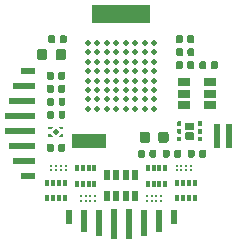
<source format=gbr>
G04 #@! TF.GenerationSoftware,KiCad,Pcbnew,(5.1.5-0-10_14)*
G04 #@! TF.CreationDate,2021-06-01T12:28:28-04:00*
G04 #@! TF.ProjectId,ESLO_RB2,45534c4f-5f52-4423-922e-6b696361645f,rev?*
G04 #@! TF.SameCoordinates,Original*
G04 #@! TF.FileFunction,Paste,Bot*
G04 #@! TF.FilePolarity,Positive*
%FSLAX46Y46*%
G04 Gerber Fmt 4.6, Leading zero omitted, Abs format (unit mm)*
G04 Created by KiCad (PCBNEW (5.1.5-0-10_14)) date 2021-06-01 12:28:28*
%MOMM*%
%LPD*%
G04 APERTURE LIST*
%ADD10R,2.870000X1.220000*%
%ADD11R,5.000000X1.500000*%
%ADD12C,0.100000*%
%ADD13R,0.600000X2.000000*%
%ADD14R,0.600000X1.300000*%
%ADD15R,0.600000X1.900000*%
%ADD16R,0.600000X2.300000*%
%ADD17R,0.600000X2.500000*%
%ADD18R,1.300000X0.600000*%
%ADD19R,1.900000X0.600000*%
%ADD20R,2.300000X0.600000*%
%ADD21R,2.500000X0.600000*%
%ADD22R,1.060000X0.650000*%
%ADD23R,0.500000X0.950000*%
%ADD24C,0.500000*%
%ADD25R,0.220000X0.150000*%
%ADD26R,0.300000X0.560000*%
G04 APERTURE END LIST*
D10*
X213000000Y-90100000D03*
D11*
X215700000Y-79400000D03*
D12*
G36*
X210861958Y-86480710D02*
G01*
X210876276Y-86482834D01*
X210890317Y-86486351D01*
X210903946Y-86491228D01*
X210917031Y-86497417D01*
X210929447Y-86504858D01*
X210941073Y-86513481D01*
X210951798Y-86523202D01*
X210961519Y-86533927D01*
X210970142Y-86545553D01*
X210977583Y-86557969D01*
X210983772Y-86571054D01*
X210988649Y-86584683D01*
X210992166Y-86598724D01*
X210994290Y-86613042D01*
X210995000Y-86627500D01*
X210995000Y-86972500D01*
X210994290Y-86986958D01*
X210992166Y-87001276D01*
X210988649Y-87015317D01*
X210983772Y-87028946D01*
X210977583Y-87042031D01*
X210970142Y-87054447D01*
X210961519Y-87066073D01*
X210951798Y-87076798D01*
X210941073Y-87086519D01*
X210929447Y-87095142D01*
X210917031Y-87102583D01*
X210903946Y-87108772D01*
X210890317Y-87113649D01*
X210876276Y-87117166D01*
X210861958Y-87119290D01*
X210847500Y-87120000D01*
X210552500Y-87120000D01*
X210538042Y-87119290D01*
X210523724Y-87117166D01*
X210509683Y-87113649D01*
X210496054Y-87108772D01*
X210482969Y-87102583D01*
X210470553Y-87095142D01*
X210458927Y-87086519D01*
X210448202Y-87076798D01*
X210438481Y-87066073D01*
X210429858Y-87054447D01*
X210422417Y-87042031D01*
X210416228Y-87028946D01*
X210411351Y-87015317D01*
X210407834Y-87001276D01*
X210405710Y-86986958D01*
X210405000Y-86972500D01*
X210405000Y-86627500D01*
X210405710Y-86613042D01*
X210407834Y-86598724D01*
X210411351Y-86584683D01*
X210416228Y-86571054D01*
X210422417Y-86557969D01*
X210429858Y-86545553D01*
X210438481Y-86533927D01*
X210448202Y-86523202D01*
X210458927Y-86513481D01*
X210470553Y-86504858D01*
X210482969Y-86497417D01*
X210496054Y-86491228D01*
X210509683Y-86486351D01*
X210523724Y-86482834D01*
X210538042Y-86480710D01*
X210552500Y-86480000D01*
X210847500Y-86480000D01*
X210861958Y-86480710D01*
G37*
G36*
X209891958Y-86480710D02*
G01*
X209906276Y-86482834D01*
X209920317Y-86486351D01*
X209933946Y-86491228D01*
X209947031Y-86497417D01*
X209959447Y-86504858D01*
X209971073Y-86513481D01*
X209981798Y-86523202D01*
X209991519Y-86533927D01*
X210000142Y-86545553D01*
X210007583Y-86557969D01*
X210013772Y-86571054D01*
X210018649Y-86584683D01*
X210022166Y-86598724D01*
X210024290Y-86613042D01*
X210025000Y-86627500D01*
X210025000Y-86972500D01*
X210024290Y-86986958D01*
X210022166Y-87001276D01*
X210018649Y-87015317D01*
X210013772Y-87028946D01*
X210007583Y-87042031D01*
X210000142Y-87054447D01*
X209991519Y-87066073D01*
X209981798Y-87076798D01*
X209971073Y-87086519D01*
X209959447Y-87095142D01*
X209947031Y-87102583D01*
X209933946Y-87108772D01*
X209920317Y-87113649D01*
X209906276Y-87117166D01*
X209891958Y-87119290D01*
X209877500Y-87120000D01*
X209582500Y-87120000D01*
X209568042Y-87119290D01*
X209553724Y-87117166D01*
X209539683Y-87113649D01*
X209526054Y-87108772D01*
X209512969Y-87102583D01*
X209500553Y-87095142D01*
X209488927Y-87086519D01*
X209478202Y-87076798D01*
X209468481Y-87066073D01*
X209459858Y-87054447D01*
X209452417Y-87042031D01*
X209446228Y-87028946D01*
X209441351Y-87015317D01*
X209437834Y-87001276D01*
X209435710Y-86986958D01*
X209435000Y-86972500D01*
X209435000Y-86627500D01*
X209435710Y-86613042D01*
X209437834Y-86598724D01*
X209441351Y-86584683D01*
X209446228Y-86571054D01*
X209452417Y-86557969D01*
X209459858Y-86545553D01*
X209468481Y-86533927D01*
X209478202Y-86523202D01*
X209488927Y-86513481D01*
X209500553Y-86504858D01*
X209512969Y-86497417D01*
X209526054Y-86491228D01*
X209539683Y-86486351D01*
X209553724Y-86482834D01*
X209568042Y-86480710D01*
X209582500Y-86480000D01*
X209877500Y-86480000D01*
X209891958Y-86480710D01*
G37*
D13*
X223800000Y-89700000D03*
X224800000Y-89700000D03*
D14*
X211250000Y-96580000D03*
D15*
X212520000Y-96880000D03*
D16*
X213790000Y-97080000D03*
D17*
X215060000Y-97180000D03*
X216330000Y-97180000D03*
D16*
X217600000Y-97080000D03*
D15*
X218870000Y-96880000D03*
D14*
X220140000Y-96580000D03*
D18*
X207780000Y-84220000D03*
D19*
X207480000Y-85490000D03*
D20*
X207280000Y-86760000D03*
D21*
X207180000Y-88030000D03*
X207180000Y-89300000D03*
D20*
X207280000Y-90570000D03*
D19*
X207480000Y-91840000D03*
D18*
X207780000Y-93110000D03*
D22*
X223200000Y-86100000D03*
X223200000Y-87050000D03*
X223200000Y-85150000D03*
X221000000Y-85150000D03*
X221000000Y-86100000D03*
X221000000Y-87050000D03*
D12*
G36*
X209856802Y-89325000D02*
G01*
X210175000Y-89006802D01*
X210493198Y-89325000D01*
X210175000Y-89643198D01*
X209856802Y-89325000D01*
G37*
G36*
X209925000Y-88925000D02*
G01*
X209745000Y-89105000D01*
X209525000Y-89105000D01*
X209525000Y-88895000D01*
X209925000Y-88895000D01*
X209925000Y-88925000D01*
G37*
G36*
X210825000Y-89105000D02*
G01*
X210605000Y-89105000D01*
X210425000Y-88925000D01*
X210425000Y-88895000D01*
X210825000Y-88895000D01*
X210825000Y-89105000D01*
G37*
G36*
X210825000Y-89755000D02*
G01*
X210425000Y-89755000D01*
X210425000Y-89725000D01*
X210605000Y-89545000D01*
X210825000Y-89545000D01*
X210825000Y-89755000D01*
G37*
G36*
X209925000Y-89725000D02*
G01*
X209925000Y-89755000D01*
X209525000Y-89755000D01*
X209525000Y-89545000D01*
X209745000Y-89545000D01*
X209925000Y-89725000D01*
G37*
G36*
X210836958Y-90380710D02*
G01*
X210851276Y-90382834D01*
X210865317Y-90386351D01*
X210878946Y-90391228D01*
X210892031Y-90397417D01*
X210904447Y-90404858D01*
X210916073Y-90413481D01*
X210926798Y-90423202D01*
X210936519Y-90433927D01*
X210945142Y-90445553D01*
X210952583Y-90457969D01*
X210958772Y-90471054D01*
X210963649Y-90484683D01*
X210967166Y-90498724D01*
X210969290Y-90513042D01*
X210970000Y-90527500D01*
X210970000Y-90872500D01*
X210969290Y-90886958D01*
X210967166Y-90901276D01*
X210963649Y-90915317D01*
X210958772Y-90928946D01*
X210952583Y-90942031D01*
X210945142Y-90954447D01*
X210936519Y-90966073D01*
X210926798Y-90976798D01*
X210916073Y-90986519D01*
X210904447Y-90995142D01*
X210892031Y-91002583D01*
X210878946Y-91008772D01*
X210865317Y-91013649D01*
X210851276Y-91017166D01*
X210836958Y-91019290D01*
X210822500Y-91020000D01*
X210527500Y-91020000D01*
X210513042Y-91019290D01*
X210498724Y-91017166D01*
X210484683Y-91013649D01*
X210471054Y-91008772D01*
X210457969Y-91002583D01*
X210445553Y-90995142D01*
X210433927Y-90986519D01*
X210423202Y-90976798D01*
X210413481Y-90966073D01*
X210404858Y-90954447D01*
X210397417Y-90942031D01*
X210391228Y-90928946D01*
X210386351Y-90915317D01*
X210382834Y-90901276D01*
X210380710Y-90886958D01*
X210380000Y-90872500D01*
X210380000Y-90527500D01*
X210380710Y-90513042D01*
X210382834Y-90498724D01*
X210386351Y-90484683D01*
X210391228Y-90471054D01*
X210397417Y-90457969D01*
X210404858Y-90445553D01*
X210413481Y-90433927D01*
X210423202Y-90423202D01*
X210433927Y-90413481D01*
X210445553Y-90404858D01*
X210457969Y-90397417D01*
X210471054Y-90391228D01*
X210484683Y-90386351D01*
X210498724Y-90382834D01*
X210513042Y-90380710D01*
X210527500Y-90380000D01*
X210822500Y-90380000D01*
X210836958Y-90380710D01*
G37*
G36*
X209866958Y-90380710D02*
G01*
X209881276Y-90382834D01*
X209895317Y-90386351D01*
X209908946Y-90391228D01*
X209922031Y-90397417D01*
X209934447Y-90404858D01*
X209946073Y-90413481D01*
X209956798Y-90423202D01*
X209966519Y-90433927D01*
X209975142Y-90445553D01*
X209982583Y-90457969D01*
X209988772Y-90471054D01*
X209993649Y-90484683D01*
X209997166Y-90498724D01*
X209999290Y-90513042D01*
X210000000Y-90527500D01*
X210000000Y-90872500D01*
X209999290Y-90886958D01*
X209997166Y-90901276D01*
X209993649Y-90915317D01*
X209988772Y-90928946D01*
X209982583Y-90942031D01*
X209975142Y-90954447D01*
X209966519Y-90966073D01*
X209956798Y-90976798D01*
X209946073Y-90986519D01*
X209934447Y-90995142D01*
X209922031Y-91002583D01*
X209908946Y-91008772D01*
X209895317Y-91013649D01*
X209881276Y-91017166D01*
X209866958Y-91019290D01*
X209852500Y-91020000D01*
X209557500Y-91020000D01*
X209543042Y-91019290D01*
X209528724Y-91017166D01*
X209514683Y-91013649D01*
X209501054Y-91008772D01*
X209487969Y-91002583D01*
X209475553Y-90995142D01*
X209463927Y-90986519D01*
X209453202Y-90976798D01*
X209443481Y-90966073D01*
X209434858Y-90954447D01*
X209427417Y-90942031D01*
X209421228Y-90928946D01*
X209416351Y-90915317D01*
X209412834Y-90901276D01*
X209410710Y-90886958D01*
X209410000Y-90872500D01*
X209410000Y-90527500D01*
X209410710Y-90513042D01*
X209412834Y-90498724D01*
X209416351Y-90484683D01*
X209421228Y-90471054D01*
X209427417Y-90457969D01*
X209434858Y-90445553D01*
X209443481Y-90433927D01*
X209453202Y-90423202D01*
X209463927Y-90413481D01*
X209475553Y-90404858D01*
X209487969Y-90397417D01*
X209501054Y-90391228D01*
X209514683Y-90386351D01*
X209528724Y-90382834D01*
X209543042Y-90380710D01*
X209557500Y-90380000D01*
X209852500Y-90380000D01*
X209866958Y-90380710D01*
G37*
D23*
X216900000Y-93000000D03*
X216900000Y-94800000D03*
X216100000Y-93000000D03*
X216100000Y-94800000D03*
X215300000Y-93000000D03*
X215300000Y-94800000D03*
X214500000Y-93000000D03*
X214500000Y-94800000D03*
D24*
X212900000Y-81800000D03*
X213700000Y-81800000D03*
X214500000Y-81800000D03*
X215300000Y-81800000D03*
X216100000Y-81800000D03*
X216900000Y-81800000D03*
X217700000Y-81800000D03*
X218500000Y-81800000D03*
X212900000Y-82600000D03*
X213700000Y-82600000D03*
X214500000Y-82600000D03*
X215300000Y-82600000D03*
X216100000Y-82600000D03*
X216900000Y-82600000D03*
X217700000Y-82600000D03*
X218500000Y-82600000D03*
X212900000Y-83400000D03*
X213700000Y-83400000D03*
X214500000Y-83400000D03*
X215300000Y-83400000D03*
X216100000Y-83400000D03*
X216900000Y-83400000D03*
X217700000Y-83400000D03*
X218500000Y-83400000D03*
X212900000Y-84200000D03*
X213700000Y-84200000D03*
X214500000Y-84200000D03*
X215300000Y-84200000D03*
X216100000Y-84200000D03*
X216900000Y-84200000D03*
X217700000Y-84200000D03*
X218500000Y-84200000D03*
X212900000Y-85000000D03*
X213700000Y-85000000D03*
X214500000Y-85000000D03*
X215300000Y-85000000D03*
X216100000Y-85000000D03*
X216900000Y-85000000D03*
X217700000Y-85000000D03*
X218500000Y-85000000D03*
X212900000Y-85800000D03*
X213700000Y-85800000D03*
X214500000Y-85800000D03*
X215300000Y-85800000D03*
X216100000Y-85800000D03*
X216900000Y-85800000D03*
X217700000Y-85800000D03*
X218500000Y-85800000D03*
X212900000Y-86600000D03*
X213700000Y-86600000D03*
X214500000Y-86600000D03*
X215300000Y-86600000D03*
X216100000Y-86600000D03*
X216900000Y-86600000D03*
X217700000Y-86600000D03*
X218500000Y-86600000D03*
X212900000Y-87400000D03*
X213700000Y-87400000D03*
X214500000Y-87400000D03*
X215300000Y-87400000D03*
X216100000Y-87400000D03*
X216900000Y-87400000D03*
X217700000Y-87400000D03*
X218500000Y-87400000D03*
D12*
G36*
X220727939Y-88450451D02*
G01*
X220737040Y-88451801D01*
X220745964Y-88454037D01*
X220754627Y-88457136D01*
X220762943Y-88461070D01*
X220770835Y-88465800D01*
X220778224Y-88471280D01*
X220785041Y-88477459D01*
X220791220Y-88484276D01*
X220796700Y-88491665D01*
X220801430Y-88499557D01*
X220805364Y-88507873D01*
X220808463Y-88516536D01*
X220810699Y-88525460D01*
X220812049Y-88534561D01*
X220812500Y-88543750D01*
X220812500Y-88756250D01*
X220812049Y-88765439D01*
X220810699Y-88774540D01*
X220808463Y-88783464D01*
X220805364Y-88792127D01*
X220801430Y-88800443D01*
X220796700Y-88808335D01*
X220791220Y-88815724D01*
X220785041Y-88822541D01*
X220778224Y-88828720D01*
X220770835Y-88834200D01*
X220762943Y-88838930D01*
X220754627Y-88842864D01*
X220745964Y-88845963D01*
X220737040Y-88848199D01*
X220727939Y-88849549D01*
X220718750Y-88850000D01*
X220531250Y-88850000D01*
X220522061Y-88849549D01*
X220512960Y-88848199D01*
X220504036Y-88845963D01*
X220495373Y-88842864D01*
X220487057Y-88838930D01*
X220479165Y-88834200D01*
X220471776Y-88828720D01*
X220464959Y-88822541D01*
X220458780Y-88815724D01*
X220453300Y-88808335D01*
X220448570Y-88800443D01*
X220444636Y-88792127D01*
X220441537Y-88783464D01*
X220439301Y-88774540D01*
X220437951Y-88765439D01*
X220437500Y-88756250D01*
X220437500Y-88543750D01*
X220437951Y-88534561D01*
X220439301Y-88525460D01*
X220441537Y-88516536D01*
X220444636Y-88507873D01*
X220448570Y-88499557D01*
X220453300Y-88491665D01*
X220458780Y-88484276D01*
X220464959Y-88477459D01*
X220471776Y-88471280D01*
X220479165Y-88465800D01*
X220487057Y-88461070D01*
X220495373Y-88457136D01*
X220504036Y-88454037D01*
X220512960Y-88451801D01*
X220522061Y-88450451D01*
X220531250Y-88450000D01*
X220718750Y-88450000D01*
X220727939Y-88450451D01*
G37*
G36*
X220727939Y-89100451D02*
G01*
X220737040Y-89101801D01*
X220745964Y-89104037D01*
X220754627Y-89107136D01*
X220762943Y-89111070D01*
X220770835Y-89115800D01*
X220778224Y-89121280D01*
X220785041Y-89127459D01*
X220791220Y-89134276D01*
X220796700Y-89141665D01*
X220801430Y-89149557D01*
X220805364Y-89157873D01*
X220808463Y-89166536D01*
X220810699Y-89175460D01*
X220812049Y-89184561D01*
X220812500Y-89193750D01*
X220812500Y-89406250D01*
X220812049Y-89415439D01*
X220810699Y-89424540D01*
X220808463Y-89433464D01*
X220805364Y-89442127D01*
X220801430Y-89450443D01*
X220796700Y-89458335D01*
X220791220Y-89465724D01*
X220785041Y-89472541D01*
X220778224Y-89478720D01*
X220770835Y-89484200D01*
X220762943Y-89488930D01*
X220754627Y-89492864D01*
X220745964Y-89495963D01*
X220737040Y-89498199D01*
X220727939Y-89499549D01*
X220718750Y-89500000D01*
X220531250Y-89500000D01*
X220522061Y-89499549D01*
X220512960Y-89498199D01*
X220504036Y-89495963D01*
X220495373Y-89492864D01*
X220487057Y-89488930D01*
X220479165Y-89484200D01*
X220471776Y-89478720D01*
X220464959Y-89472541D01*
X220458780Y-89465724D01*
X220453300Y-89458335D01*
X220448570Y-89450443D01*
X220444636Y-89442127D01*
X220441537Y-89433464D01*
X220439301Y-89424540D01*
X220437951Y-89415439D01*
X220437500Y-89406250D01*
X220437500Y-89193750D01*
X220437951Y-89184561D01*
X220439301Y-89175460D01*
X220441537Y-89166536D01*
X220444636Y-89157873D01*
X220448570Y-89149557D01*
X220453300Y-89141665D01*
X220458780Y-89134276D01*
X220464959Y-89127459D01*
X220471776Y-89121280D01*
X220479165Y-89115800D01*
X220487057Y-89111070D01*
X220495373Y-89107136D01*
X220504036Y-89104037D01*
X220512960Y-89101801D01*
X220522061Y-89100451D01*
X220531250Y-89100000D01*
X220718750Y-89100000D01*
X220727939Y-89100451D01*
G37*
G36*
X220727939Y-89750451D02*
G01*
X220737040Y-89751801D01*
X220745964Y-89754037D01*
X220754627Y-89757136D01*
X220762943Y-89761070D01*
X220770835Y-89765800D01*
X220778224Y-89771280D01*
X220785041Y-89777459D01*
X220791220Y-89784276D01*
X220796700Y-89791665D01*
X220801430Y-89799557D01*
X220805364Y-89807873D01*
X220808463Y-89816536D01*
X220810699Y-89825460D01*
X220812049Y-89834561D01*
X220812500Y-89843750D01*
X220812500Y-90056250D01*
X220812049Y-90065439D01*
X220810699Y-90074540D01*
X220808463Y-90083464D01*
X220805364Y-90092127D01*
X220801430Y-90100443D01*
X220796700Y-90108335D01*
X220791220Y-90115724D01*
X220785041Y-90122541D01*
X220778224Y-90128720D01*
X220770835Y-90134200D01*
X220762943Y-90138930D01*
X220754627Y-90142864D01*
X220745964Y-90145963D01*
X220737040Y-90148199D01*
X220727939Y-90149549D01*
X220718750Y-90150000D01*
X220531250Y-90150000D01*
X220522061Y-90149549D01*
X220512960Y-90148199D01*
X220504036Y-90145963D01*
X220495373Y-90142864D01*
X220487057Y-90138930D01*
X220479165Y-90134200D01*
X220471776Y-90128720D01*
X220464959Y-90122541D01*
X220458780Y-90115724D01*
X220453300Y-90108335D01*
X220448570Y-90100443D01*
X220444636Y-90092127D01*
X220441537Y-90083464D01*
X220439301Y-90074540D01*
X220437951Y-90065439D01*
X220437500Y-90056250D01*
X220437500Y-89843750D01*
X220437951Y-89834561D01*
X220439301Y-89825460D01*
X220441537Y-89816536D01*
X220444636Y-89807873D01*
X220448570Y-89799557D01*
X220453300Y-89791665D01*
X220458780Y-89784276D01*
X220464959Y-89777459D01*
X220471776Y-89771280D01*
X220479165Y-89765800D01*
X220487057Y-89761070D01*
X220495373Y-89757136D01*
X220504036Y-89754037D01*
X220512960Y-89751801D01*
X220522061Y-89750451D01*
X220531250Y-89750000D01*
X220718750Y-89750000D01*
X220727939Y-89750451D01*
G37*
G36*
X222502939Y-89750451D02*
G01*
X222512040Y-89751801D01*
X222520964Y-89754037D01*
X222529627Y-89757136D01*
X222537943Y-89761070D01*
X222545835Y-89765800D01*
X222553224Y-89771280D01*
X222560041Y-89777459D01*
X222566220Y-89784276D01*
X222571700Y-89791665D01*
X222576430Y-89799557D01*
X222580364Y-89807873D01*
X222583463Y-89816536D01*
X222585699Y-89825460D01*
X222587049Y-89834561D01*
X222587500Y-89843750D01*
X222587500Y-90056250D01*
X222587049Y-90065439D01*
X222585699Y-90074540D01*
X222583463Y-90083464D01*
X222580364Y-90092127D01*
X222576430Y-90100443D01*
X222571700Y-90108335D01*
X222566220Y-90115724D01*
X222560041Y-90122541D01*
X222553224Y-90128720D01*
X222545835Y-90134200D01*
X222537943Y-90138930D01*
X222529627Y-90142864D01*
X222520964Y-90145963D01*
X222512040Y-90148199D01*
X222502939Y-90149549D01*
X222493750Y-90150000D01*
X222306250Y-90150000D01*
X222297061Y-90149549D01*
X222287960Y-90148199D01*
X222279036Y-90145963D01*
X222270373Y-90142864D01*
X222262057Y-90138930D01*
X222254165Y-90134200D01*
X222246776Y-90128720D01*
X222239959Y-90122541D01*
X222233780Y-90115724D01*
X222228300Y-90108335D01*
X222223570Y-90100443D01*
X222219636Y-90092127D01*
X222216537Y-90083464D01*
X222214301Y-90074540D01*
X222212951Y-90065439D01*
X222212500Y-90056250D01*
X222212500Y-89843750D01*
X222212951Y-89834561D01*
X222214301Y-89825460D01*
X222216537Y-89816536D01*
X222219636Y-89807873D01*
X222223570Y-89799557D01*
X222228300Y-89791665D01*
X222233780Y-89784276D01*
X222239959Y-89777459D01*
X222246776Y-89771280D01*
X222254165Y-89765800D01*
X222262057Y-89761070D01*
X222270373Y-89757136D01*
X222279036Y-89754037D01*
X222287960Y-89751801D01*
X222297061Y-89750451D01*
X222306250Y-89750000D01*
X222493750Y-89750000D01*
X222502939Y-89750451D01*
G37*
G36*
X222502939Y-89100451D02*
G01*
X222512040Y-89101801D01*
X222520964Y-89104037D01*
X222529627Y-89107136D01*
X222537943Y-89111070D01*
X222545835Y-89115800D01*
X222553224Y-89121280D01*
X222560041Y-89127459D01*
X222566220Y-89134276D01*
X222571700Y-89141665D01*
X222576430Y-89149557D01*
X222580364Y-89157873D01*
X222583463Y-89166536D01*
X222585699Y-89175460D01*
X222587049Y-89184561D01*
X222587500Y-89193750D01*
X222587500Y-89406250D01*
X222587049Y-89415439D01*
X222585699Y-89424540D01*
X222583463Y-89433464D01*
X222580364Y-89442127D01*
X222576430Y-89450443D01*
X222571700Y-89458335D01*
X222566220Y-89465724D01*
X222560041Y-89472541D01*
X222553224Y-89478720D01*
X222545835Y-89484200D01*
X222537943Y-89488930D01*
X222529627Y-89492864D01*
X222520964Y-89495963D01*
X222512040Y-89498199D01*
X222502939Y-89499549D01*
X222493750Y-89500000D01*
X222306250Y-89500000D01*
X222297061Y-89499549D01*
X222287960Y-89498199D01*
X222279036Y-89495963D01*
X222270373Y-89492864D01*
X222262057Y-89488930D01*
X222254165Y-89484200D01*
X222246776Y-89478720D01*
X222239959Y-89472541D01*
X222233780Y-89465724D01*
X222228300Y-89458335D01*
X222223570Y-89450443D01*
X222219636Y-89442127D01*
X222216537Y-89433464D01*
X222214301Y-89424540D01*
X222212951Y-89415439D01*
X222212500Y-89406250D01*
X222212500Y-89193750D01*
X222212951Y-89184561D01*
X222214301Y-89175460D01*
X222216537Y-89166536D01*
X222219636Y-89157873D01*
X222223570Y-89149557D01*
X222228300Y-89141665D01*
X222233780Y-89134276D01*
X222239959Y-89127459D01*
X222246776Y-89121280D01*
X222254165Y-89115800D01*
X222262057Y-89111070D01*
X222270373Y-89107136D01*
X222279036Y-89104037D01*
X222287960Y-89101801D01*
X222297061Y-89100451D01*
X222306250Y-89100000D01*
X222493750Y-89100000D01*
X222502939Y-89100451D01*
G37*
G36*
X222502939Y-88450451D02*
G01*
X222512040Y-88451801D01*
X222520964Y-88454037D01*
X222529627Y-88457136D01*
X222537943Y-88461070D01*
X222545835Y-88465800D01*
X222553224Y-88471280D01*
X222560041Y-88477459D01*
X222566220Y-88484276D01*
X222571700Y-88491665D01*
X222576430Y-88499557D01*
X222580364Y-88507873D01*
X222583463Y-88516536D01*
X222585699Y-88525460D01*
X222587049Y-88534561D01*
X222587500Y-88543750D01*
X222587500Y-88756250D01*
X222587049Y-88765439D01*
X222585699Y-88774540D01*
X222583463Y-88783464D01*
X222580364Y-88792127D01*
X222576430Y-88800443D01*
X222571700Y-88808335D01*
X222566220Y-88815724D01*
X222560041Y-88822541D01*
X222553224Y-88828720D01*
X222545835Y-88834200D01*
X222537943Y-88838930D01*
X222529627Y-88842864D01*
X222520964Y-88845963D01*
X222512040Y-88848199D01*
X222502939Y-88849549D01*
X222493750Y-88850000D01*
X222306250Y-88850000D01*
X222297061Y-88849549D01*
X222287960Y-88848199D01*
X222279036Y-88845963D01*
X222270373Y-88842864D01*
X222262057Y-88838930D01*
X222254165Y-88834200D01*
X222246776Y-88828720D01*
X222239959Y-88822541D01*
X222233780Y-88815724D01*
X222228300Y-88808335D01*
X222223570Y-88800443D01*
X222219636Y-88792127D01*
X222216537Y-88783464D01*
X222214301Y-88774540D01*
X222212951Y-88765439D01*
X222212500Y-88756250D01*
X222212500Y-88543750D01*
X222212951Y-88534561D01*
X222214301Y-88525460D01*
X222216537Y-88516536D01*
X222219636Y-88507873D01*
X222223570Y-88499557D01*
X222228300Y-88491665D01*
X222233780Y-88484276D01*
X222239959Y-88477459D01*
X222246776Y-88471280D01*
X222254165Y-88465800D01*
X222262057Y-88461070D01*
X222270373Y-88457136D01*
X222279036Y-88454037D01*
X222287960Y-88451801D01*
X222297061Y-88450451D01*
X222306250Y-88450000D01*
X222493750Y-88450000D01*
X222502939Y-88450451D01*
G37*
G36*
X221773183Y-89380770D02*
G01*
X221788714Y-89383074D01*
X221803946Y-89386890D01*
X221818729Y-89392179D01*
X221832923Y-89398893D01*
X221846391Y-89406965D01*
X221859003Y-89416318D01*
X221870637Y-89426863D01*
X221881182Y-89438497D01*
X221890535Y-89451109D01*
X221898607Y-89464577D01*
X221905321Y-89478771D01*
X221910610Y-89493554D01*
X221914426Y-89508786D01*
X221916730Y-89524317D01*
X221917500Y-89540000D01*
X221917500Y-89860000D01*
X221916730Y-89875683D01*
X221914426Y-89891214D01*
X221910610Y-89906446D01*
X221905321Y-89921229D01*
X221898607Y-89935423D01*
X221890535Y-89948891D01*
X221881182Y-89961503D01*
X221870637Y-89973137D01*
X221859003Y-89983682D01*
X221846391Y-89993035D01*
X221832923Y-90001107D01*
X221818729Y-90007821D01*
X221803946Y-90013110D01*
X221788714Y-90016926D01*
X221773183Y-90019230D01*
X221757500Y-90020000D01*
X221267500Y-90020000D01*
X221251817Y-90019230D01*
X221236286Y-90016926D01*
X221221054Y-90013110D01*
X221206271Y-90007821D01*
X221192077Y-90001107D01*
X221178609Y-89993035D01*
X221165997Y-89983682D01*
X221154363Y-89973137D01*
X221143818Y-89961503D01*
X221134465Y-89948891D01*
X221126393Y-89935423D01*
X221119679Y-89921229D01*
X221114390Y-89906446D01*
X221110574Y-89891214D01*
X221108270Y-89875683D01*
X221107500Y-89860000D01*
X221107500Y-89540000D01*
X221108270Y-89524317D01*
X221110574Y-89508786D01*
X221114390Y-89493554D01*
X221119679Y-89478771D01*
X221126393Y-89464577D01*
X221134465Y-89451109D01*
X221143818Y-89438497D01*
X221154363Y-89426863D01*
X221165997Y-89416318D01*
X221178609Y-89406965D01*
X221192077Y-89398893D01*
X221206271Y-89392179D01*
X221221054Y-89386890D01*
X221236286Y-89383074D01*
X221251817Y-89380770D01*
X221267500Y-89380000D01*
X221757500Y-89380000D01*
X221773183Y-89380770D01*
G37*
G36*
X221773183Y-88580770D02*
G01*
X221788714Y-88583074D01*
X221803946Y-88586890D01*
X221818729Y-88592179D01*
X221832923Y-88598893D01*
X221846391Y-88606965D01*
X221859003Y-88616318D01*
X221870637Y-88626863D01*
X221881182Y-88638497D01*
X221890535Y-88651109D01*
X221898607Y-88664577D01*
X221905321Y-88678771D01*
X221910610Y-88693554D01*
X221914426Y-88708786D01*
X221916730Y-88724317D01*
X221917500Y-88740000D01*
X221917500Y-89060000D01*
X221916730Y-89075683D01*
X221914426Y-89091214D01*
X221910610Y-89106446D01*
X221905321Y-89121229D01*
X221898607Y-89135423D01*
X221890535Y-89148891D01*
X221881182Y-89161503D01*
X221870637Y-89173137D01*
X221859003Y-89183682D01*
X221846391Y-89193035D01*
X221832923Y-89201107D01*
X221818729Y-89207821D01*
X221803946Y-89213110D01*
X221788714Y-89216926D01*
X221773183Y-89219230D01*
X221757500Y-89220000D01*
X221267500Y-89220000D01*
X221251817Y-89219230D01*
X221236286Y-89216926D01*
X221221054Y-89213110D01*
X221206271Y-89207821D01*
X221192077Y-89201107D01*
X221178609Y-89193035D01*
X221165997Y-89183682D01*
X221154363Y-89173137D01*
X221143818Y-89161503D01*
X221134465Y-89148891D01*
X221126393Y-89135423D01*
X221119679Y-89121229D01*
X221114390Y-89106446D01*
X221110574Y-89091214D01*
X221108270Y-89075683D01*
X221107500Y-89060000D01*
X221107500Y-88740000D01*
X221108270Y-88724317D01*
X221110574Y-88708786D01*
X221114390Y-88693554D01*
X221119679Y-88678771D01*
X221126393Y-88664577D01*
X221134465Y-88651109D01*
X221143818Y-88638497D01*
X221154363Y-88626863D01*
X221165997Y-88616318D01*
X221178609Y-88606965D01*
X221192077Y-88598893D01*
X221206271Y-88592179D01*
X221221054Y-88586890D01*
X221236286Y-88583074D01*
X221251817Y-88580770D01*
X221267500Y-88580000D01*
X221757500Y-88580000D01*
X221773183Y-88580770D01*
G37*
D25*
X221600000Y-92200000D03*
X221600000Y-92600000D03*
X221200000Y-92200000D03*
X221200000Y-92600000D03*
X220800000Y-92200000D03*
X220800000Y-92600000D03*
X220400000Y-92200000D03*
X220400000Y-92600000D03*
X211000000Y-92200000D03*
X211000000Y-92600000D03*
X210600000Y-92200000D03*
X210600000Y-92600000D03*
X210200000Y-92200000D03*
X210200000Y-92600000D03*
X209800000Y-92200000D03*
X209800000Y-92600000D03*
X217900000Y-95200000D03*
X217900000Y-94800000D03*
X218300000Y-95200000D03*
X218300000Y-94800000D03*
X218700000Y-95200000D03*
X218700000Y-94800000D03*
X219100000Y-95200000D03*
X219100000Y-94800000D03*
X212300000Y-95200000D03*
X212300000Y-94800000D03*
X212700000Y-95200000D03*
X212700000Y-94800000D03*
X213100000Y-95200000D03*
X213100000Y-94800000D03*
X213500000Y-95200000D03*
X213500000Y-94800000D03*
D12*
G36*
X220791958Y-83380710D02*
G01*
X220806276Y-83382834D01*
X220820317Y-83386351D01*
X220833946Y-83391228D01*
X220847031Y-83397417D01*
X220859447Y-83404858D01*
X220871073Y-83413481D01*
X220881798Y-83423202D01*
X220891519Y-83433927D01*
X220900142Y-83445553D01*
X220907583Y-83457969D01*
X220913772Y-83471054D01*
X220918649Y-83484683D01*
X220922166Y-83498724D01*
X220924290Y-83513042D01*
X220925000Y-83527500D01*
X220925000Y-83872500D01*
X220924290Y-83886958D01*
X220922166Y-83901276D01*
X220918649Y-83915317D01*
X220913772Y-83928946D01*
X220907583Y-83942031D01*
X220900142Y-83954447D01*
X220891519Y-83966073D01*
X220881798Y-83976798D01*
X220871073Y-83986519D01*
X220859447Y-83995142D01*
X220847031Y-84002583D01*
X220833946Y-84008772D01*
X220820317Y-84013649D01*
X220806276Y-84017166D01*
X220791958Y-84019290D01*
X220777500Y-84020000D01*
X220482500Y-84020000D01*
X220468042Y-84019290D01*
X220453724Y-84017166D01*
X220439683Y-84013649D01*
X220426054Y-84008772D01*
X220412969Y-84002583D01*
X220400553Y-83995142D01*
X220388927Y-83986519D01*
X220378202Y-83976798D01*
X220368481Y-83966073D01*
X220359858Y-83954447D01*
X220352417Y-83942031D01*
X220346228Y-83928946D01*
X220341351Y-83915317D01*
X220337834Y-83901276D01*
X220335710Y-83886958D01*
X220335000Y-83872500D01*
X220335000Y-83527500D01*
X220335710Y-83513042D01*
X220337834Y-83498724D01*
X220341351Y-83484683D01*
X220346228Y-83471054D01*
X220352417Y-83457969D01*
X220359858Y-83445553D01*
X220368481Y-83433927D01*
X220378202Y-83423202D01*
X220388927Y-83413481D01*
X220400553Y-83404858D01*
X220412969Y-83397417D01*
X220426054Y-83391228D01*
X220439683Y-83386351D01*
X220453724Y-83382834D01*
X220468042Y-83380710D01*
X220482500Y-83380000D01*
X220777500Y-83380000D01*
X220791958Y-83380710D01*
G37*
G36*
X221761958Y-83380710D02*
G01*
X221776276Y-83382834D01*
X221790317Y-83386351D01*
X221803946Y-83391228D01*
X221817031Y-83397417D01*
X221829447Y-83404858D01*
X221841073Y-83413481D01*
X221851798Y-83423202D01*
X221861519Y-83433927D01*
X221870142Y-83445553D01*
X221877583Y-83457969D01*
X221883772Y-83471054D01*
X221888649Y-83484683D01*
X221892166Y-83498724D01*
X221894290Y-83513042D01*
X221895000Y-83527500D01*
X221895000Y-83872500D01*
X221894290Y-83886958D01*
X221892166Y-83901276D01*
X221888649Y-83915317D01*
X221883772Y-83928946D01*
X221877583Y-83942031D01*
X221870142Y-83954447D01*
X221861519Y-83966073D01*
X221851798Y-83976798D01*
X221841073Y-83986519D01*
X221829447Y-83995142D01*
X221817031Y-84002583D01*
X221803946Y-84008772D01*
X221790317Y-84013649D01*
X221776276Y-84017166D01*
X221761958Y-84019290D01*
X221747500Y-84020000D01*
X221452500Y-84020000D01*
X221438042Y-84019290D01*
X221423724Y-84017166D01*
X221409683Y-84013649D01*
X221396054Y-84008772D01*
X221382969Y-84002583D01*
X221370553Y-83995142D01*
X221358927Y-83986519D01*
X221348202Y-83976798D01*
X221338481Y-83966073D01*
X221329858Y-83954447D01*
X221322417Y-83942031D01*
X221316228Y-83928946D01*
X221311351Y-83915317D01*
X221307834Y-83901276D01*
X221305710Y-83886958D01*
X221305000Y-83872500D01*
X221305000Y-83527500D01*
X221305710Y-83513042D01*
X221307834Y-83498724D01*
X221311351Y-83484683D01*
X221316228Y-83471054D01*
X221322417Y-83457969D01*
X221329858Y-83445553D01*
X221338481Y-83433927D01*
X221348202Y-83423202D01*
X221358927Y-83413481D01*
X221370553Y-83404858D01*
X221382969Y-83397417D01*
X221396054Y-83391228D01*
X221409683Y-83386351D01*
X221423724Y-83382834D01*
X221438042Y-83380710D01*
X221452500Y-83380000D01*
X221747500Y-83380000D01*
X221761958Y-83380710D01*
G37*
G36*
X222791958Y-83380710D02*
G01*
X222806276Y-83382834D01*
X222820317Y-83386351D01*
X222833946Y-83391228D01*
X222847031Y-83397417D01*
X222859447Y-83404858D01*
X222871073Y-83413481D01*
X222881798Y-83423202D01*
X222891519Y-83433927D01*
X222900142Y-83445553D01*
X222907583Y-83457969D01*
X222913772Y-83471054D01*
X222918649Y-83484683D01*
X222922166Y-83498724D01*
X222924290Y-83513042D01*
X222925000Y-83527500D01*
X222925000Y-83872500D01*
X222924290Y-83886958D01*
X222922166Y-83901276D01*
X222918649Y-83915317D01*
X222913772Y-83928946D01*
X222907583Y-83942031D01*
X222900142Y-83954447D01*
X222891519Y-83966073D01*
X222881798Y-83976798D01*
X222871073Y-83986519D01*
X222859447Y-83995142D01*
X222847031Y-84002583D01*
X222833946Y-84008772D01*
X222820317Y-84013649D01*
X222806276Y-84017166D01*
X222791958Y-84019290D01*
X222777500Y-84020000D01*
X222482500Y-84020000D01*
X222468042Y-84019290D01*
X222453724Y-84017166D01*
X222439683Y-84013649D01*
X222426054Y-84008772D01*
X222412969Y-84002583D01*
X222400553Y-83995142D01*
X222388927Y-83986519D01*
X222378202Y-83976798D01*
X222368481Y-83966073D01*
X222359858Y-83954447D01*
X222352417Y-83942031D01*
X222346228Y-83928946D01*
X222341351Y-83915317D01*
X222337834Y-83901276D01*
X222335710Y-83886958D01*
X222335000Y-83872500D01*
X222335000Y-83527500D01*
X222335710Y-83513042D01*
X222337834Y-83498724D01*
X222341351Y-83484683D01*
X222346228Y-83471054D01*
X222352417Y-83457969D01*
X222359858Y-83445553D01*
X222368481Y-83433927D01*
X222378202Y-83423202D01*
X222388927Y-83413481D01*
X222400553Y-83404858D01*
X222412969Y-83397417D01*
X222426054Y-83391228D01*
X222439683Y-83386351D01*
X222453724Y-83382834D01*
X222468042Y-83380710D01*
X222482500Y-83380000D01*
X222777500Y-83380000D01*
X222791958Y-83380710D01*
G37*
G36*
X223761958Y-83380710D02*
G01*
X223776276Y-83382834D01*
X223790317Y-83386351D01*
X223803946Y-83391228D01*
X223817031Y-83397417D01*
X223829447Y-83404858D01*
X223841073Y-83413481D01*
X223851798Y-83423202D01*
X223861519Y-83433927D01*
X223870142Y-83445553D01*
X223877583Y-83457969D01*
X223883772Y-83471054D01*
X223888649Y-83484683D01*
X223892166Y-83498724D01*
X223894290Y-83513042D01*
X223895000Y-83527500D01*
X223895000Y-83872500D01*
X223894290Y-83886958D01*
X223892166Y-83901276D01*
X223888649Y-83915317D01*
X223883772Y-83928946D01*
X223877583Y-83942031D01*
X223870142Y-83954447D01*
X223861519Y-83966073D01*
X223851798Y-83976798D01*
X223841073Y-83986519D01*
X223829447Y-83995142D01*
X223817031Y-84002583D01*
X223803946Y-84008772D01*
X223790317Y-84013649D01*
X223776276Y-84017166D01*
X223761958Y-84019290D01*
X223747500Y-84020000D01*
X223452500Y-84020000D01*
X223438042Y-84019290D01*
X223423724Y-84017166D01*
X223409683Y-84013649D01*
X223396054Y-84008772D01*
X223382969Y-84002583D01*
X223370553Y-83995142D01*
X223358927Y-83986519D01*
X223348202Y-83976798D01*
X223338481Y-83966073D01*
X223329858Y-83954447D01*
X223322417Y-83942031D01*
X223316228Y-83928946D01*
X223311351Y-83915317D01*
X223307834Y-83901276D01*
X223305710Y-83886958D01*
X223305000Y-83872500D01*
X223305000Y-83527500D01*
X223305710Y-83513042D01*
X223307834Y-83498724D01*
X223311351Y-83484683D01*
X223316228Y-83471054D01*
X223322417Y-83457969D01*
X223329858Y-83445553D01*
X223338481Y-83433927D01*
X223348202Y-83423202D01*
X223358927Y-83413481D01*
X223370553Y-83404858D01*
X223382969Y-83397417D01*
X223396054Y-83391228D01*
X223409683Y-83386351D01*
X223423724Y-83382834D01*
X223438042Y-83380710D01*
X223452500Y-83380000D01*
X223747500Y-83380000D01*
X223761958Y-83380710D01*
G37*
D26*
X217950000Y-93760000D03*
X217950000Y-92440000D03*
X218450000Y-93760000D03*
X218450000Y-92440000D03*
X218950000Y-93760000D03*
X218950000Y-92440000D03*
X219450000Y-93760000D03*
X219450000Y-92440000D03*
X211950000Y-93760000D03*
X211950000Y-92440000D03*
X212450000Y-93760000D03*
X212450000Y-92440000D03*
X212950000Y-93760000D03*
X212950000Y-92440000D03*
X213450000Y-93760000D03*
X213450000Y-92440000D03*
X221950000Y-93640000D03*
X221950000Y-94960000D03*
X221450000Y-93640000D03*
X221450000Y-94960000D03*
X220950000Y-93640000D03*
X220950000Y-94960000D03*
X220450000Y-93640000D03*
X220450000Y-94960000D03*
X210950000Y-93640000D03*
X210950000Y-94960000D03*
X210450000Y-93640000D03*
X210450000Y-94960000D03*
X209950000Y-93640000D03*
X209950000Y-94960000D03*
X209450000Y-93640000D03*
X209450000Y-94960000D03*
D12*
G36*
X210861958Y-87580710D02*
G01*
X210876276Y-87582834D01*
X210890317Y-87586351D01*
X210903946Y-87591228D01*
X210917031Y-87597417D01*
X210929447Y-87604858D01*
X210941073Y-87613481D01*
X210951798Y-87623202D01*
X210961519Y-87633927D01*
X210970142Y-87645553D01*
X210977583Y-87657969D01*
X210983772Y-87671054D01*
X210988649Y-87684683D01*
X210992166Y-87698724D01*
X210994290Y-87713042D01*
X210995000Y-87727500D01*
X210995000Y-88072500D01*
X210994290Y-88086958D01*
X210992166Y-88101276D01*
X210988649Y-88115317D01*
X210983772Y-88128946D01*
X210977583Y-88142031D01*
X210970142Y-88154447D01*
X210961519Y-88166073D01*
X210951798Y-88176798D01*
X210941073Y-88186519D01*
X210929447Y-88195142D01*
X210917031Y-88202583D01*
X210903946Y-88208772D01*
X210890317Y-88213649D01*
X210876276Y-88217166D01*
X210861958Y-88219290D01*
X210847500Y-88220000D01*
X210552500Y-88220000D01*
X210538042Y-88219290D01*
X210523724Y-88217166D01*
X210509683Y-88213649D01*
X210496054Y-88208772D01*
X210482969Y-88202583D01*
X210470553Y-88195142D01*
X210458927Y-88186519D01*
X210448202Y-88176798D01*
X210438481Y-88166073D01*
X210429858Y-88154447D01*
X210422417Y-88142031D01*
X210416228Y-88128946D01*
X210411351Y-88115317D01*
X210407834Y-88101276D01*
X210405710Y-88086958D01*
X210405000Y-88072500D01*
X210405000Y-87727500D01*
X210405710Y-87713042D01*
X210407834Y-87698724D01*
X210411351Y-87684683D01*
X210416228Y-87671054D01*
X210422417Y-87657969D01*
X210429858Y-87645553D01*
X210438481Y-87633927D01*
X210448202Y-87623202D01*
X210458927Y-87613481D01*
X210470553Y-87604858D01*
X210482969Y-87597417D01*
X210496054Y-87591228D01*
X210509683Y-87586351D01*
X210523724Y-87582834D01*
X210538042Y-87580710D01*
X210552500Y-87580000D01*
X210847500Y-87580000D01*
X210861958Y-87580710D01*
G37*
G36*
X209891958Y-87580710D02*
G01*
X209906276Y-87582834D01*
X209920317Y-87586351D01*
X209933946Y-87591228D01*
X209947031Y-87597417D01*
X209959447Y-87604858D01*
X209971073Y-87613481D01*
X209981798Y-87623202D01*
X209991519Y-87633927D01*
X210000142Y-87645553D01*
X210007583Y-87657969D01*
X210013772Y-87671054D01*
X210018649Y-87684683D01*
X210022166Y-87698724D01*
X210024290Y-87713042D01*
X210025000Y-87727500D01*
X210025000Y-88072500D01*
X210024290Y-88086958D01*
X210022166Y-88101276D01*
X210018649Y-88115317D01*
X210013772Y-88128946D01*
X210007583Y-88142031D01*
X210000142Y-88154447D01*
X209991519Y-88166073D01*
X209981798Y-88176798D01*
X209971073Y-88186519D01*
X209959447Y-88195142D01*
X209947031Y-88202583D01*
X209933946Y-88208772D01*
X209920317Y-88213649D01*
X209906276Y-88217166D01*
X209891958Y-88219290D01*
X209877500Y-88220000D01*
X209582500Y-88220000D01*
X209568042Y-88219290D01*
X209553724Y-88217166D01*
X209539683Y-88213649D01*
X209526054Y-88208772D01*
X209512969Y-88202583D01*
X209500553Y-88195142D01*
X209488927Y-88186519D01*
X209478202Y-88176798D01*
X209468481Y-88166073D01*
X209459858Y-88154447D01*
X209452417Y-88142031D01*
X209446228Y-88128946D01*
X209441351Y-88115317D01*
X209437834Y-88101276D01*
X209435710Y-88086958D01*
X209435000Y-88072500D01*
X209435000Y-87727500D01*
X209435710Y-87713042D01*
X209437834Y-87698724D01*
X209441351Y-87684683D01*
X209446228Y-87671054D01*
X209452417Y-87657969D01*
X209459858Y-87645553D01*
X209468481Y-87633927D01*
X209478202Y-87623202D01*
X209488927Y-87613481D01*
X209500553Y-87604858D01*
X209512969Y-87597417D01*
X209526054Y-87591228D01*
X209539683Y-87586351D01*
X209553724Y-87582834D01*
X209568042Y-87580710D01*
X209582500Y-87580000D01*
X209877500Y-87580000D01*
X209891958Y-87580710D01*
G37*
G36*
X217591958Y-90880710D02*
G01*
X217606276Y-90882834D01*
X217620317Y-90886351D01*
X217633946Y-90891228D01*
X217647031Y-90897417D01*
X217659447Y-90904858D01*
X217671073Y-90913481D01*
X217681798Y-90923202D01*
X217691519Y-90933927D01*
X217700142Y-90945553D01*
X217707583Y-90957969D01*
X217713772Y-90971054D01*
X217718649Y-90984683D01*
X217722166Y-90998724D01*
X217724290Y-91013042D01*
X217725000Y-91027500D01*
X217725000Y-91372500D01*
X217724290Y-91386958D01*
X217722166Y-91401276D01*
X217718649Y-91415317D01*
X217713772Y-91428946D01*
X217707583Y-91442031D01*
X217700142Y-91454447D01*
X217691519Y-91466073D01*
X217681798Y-91476798D01*
X217671073Y-91486519D01*
X217659447Y-91495142D01*
X217647031Y-91502583D01*
X217633946Y-91508772D01*
X217620317Y-91513649D01*
X217606276Y-91517166D01*
X217591958Y-91519290D01*
X217577500Y-91520000D01*
X217282500Y-91520000D01*
X217268042Y-91519290D01*
X217253724Y-91517166D01*
X217239683Y-91513649D01*
X217226054Y-91508772D01*
X217212969Y-91502583D01*
X217200553Y-91495142D01*
X217188927Y-91486519D01*
X217178202Y-91476798D01*
X217168481Y-91466073D01*
X217159858Y-91454447D01*
X217152417Y-91442031D01*
X217146228Y-91428946D01*
X217141351Y-91415317D01*
X217137834Y-91401276D01*
X217135710Y-91386958D01*
X217135000Y-91372500D01*
X217135000Y-91027500D01*
X217135710Y-91013042D01*
X217137834Y-90998724D01*
X217141351Y-90984683D01*
X217146228Y-90971054D01*
X217152417Y-90957969D01*
X217159858Y-90945553D01*
X217168481Y-90933927D01*
X217178202Y-90923202D01*
X217188927Y-90913481D01*
X217200553Y-90904858D01*
X217212969Y-90897417D01*
X217226054Y-90891228D01*
X217239683Y-90886351D01*
X217253724Y-90882834D01*
X217268042Y-90880710D01*
X217282500Y-90880000D01*
X217577500Y-90880000D01*
X217591958Y-90880710D01*
G37*
G36*
X218561958Y-90880710D02*
G01*
X218576276Y-90882834D01*
X218590317Y-90886351D01*
X218603946Y-90891228D01*
X218617031Y-90897417D01*
X218629447Y-90904858D01*
X218641073Y-90913481D01*
X218651798Y-90923202D01*
X218661519Y-90933927D01*
X218670142Y-90945553D01*
X218677583Y-90957969D01*
X218683772Y-90971054D01*
X218688649Y-90984683D01*
X218692166Y-90998724D01*
X218694290Y-91013042D01*
X218695000Y-91027500D01*
X218695000Y-91372500D01*
X218694290Y-91386958D01*
X218692166Y-91401276D01*
X218688649Y-91415317D01*
X218683772Y-91428946D01*
X218677583Y-91442031D01*
X218670142Y-91454447D01*
X218661519Y-91466073D01*
X218651798Y-91476798D01*
X218641073Y-91486519D01*
X218629447Y-91495142D01*
X218617031Y-91502583D01*
X218603946Y-91508772D01*
X218590317Y-91513649D01*
X218576276Y-91517166D01*
X218561958Y-91519290D01*
X218547500Y-91520000D01*
X218252500Y-91520000D01*
X218238042Y-91519290D01*
X218223724Y-91517166D01*
X218209683Y-91513649D01*
X218196054Y-91508772D01*
X218182969Y-91502583D01*
X218170553Y-91495142D01*
X218158927Y-91486519D01*
X218148202Y-91476798D01*
X218138481Y-91466073D01*
X218129858Y-91454447D01*
X218122417Y-91442031D01*
X218116228Y-91428946D01*
X218111351Y-91415317D01*
X218107834Y-91401276D01*
X218105710Y-91386958D01*
X218105000Y-91372500D01*
X218105000Y-91027500D01*
X218105710Y-91013042D01*
X218107834Y-90998724D01*
X218111351Y-90984683D01*
X218116228Y-90971054D01*
X218122417Y-90957969D01*
X218129858Y-90945553D01*
X218138481Y-90933927D01*
X218148202Y-90923202D01*
X218158927Y-90913481D01*
X218170553Y-90904858D01*
X218182969Y-90897417D01*
X218196054Y-90891228D01*
X218209683Y-90886351D01*
X218223724Y-90882834D01*
X218238042Y-90880710D01*
X218252500Y-90880000D01*
X218547500Y-90880000D01*
X218561958Y-90880710D01*
G37*
G36*
X209866958Y-84280710D02*
G01*
X209881276Y-84282834D01*
X209895317Y-84286351D01*
X209908946Y-84291228D01*
X209922031Y-84297417D01*
X209934447Y-84304858D01*
X209946073Y-84313481D01*
X209956798Y-84323202D01*
X209966519Y-84333927D01*
X209975142Y-84345553D01*
X209982583Y-84357969D01*
X209988772Y-84371054D01*
X209993649Y-84384683D01*
X209997166Y-84398724D01*
X209999290Y-84413042D01*
X210000000Y-84427500D01*
X210000000Y-84772500D01*
X209999290Y-84786958D01*
X209997166Y-84801276D01*
X209993649Y-84815317D01*
X209988772Y-84828946D01*
X209982583Y-84842031D01*
X209975142Y-84854447D01*
X209966519Y-84866073D01*
X209956798Y-84876798D01*
X209946073Y-84886519D01*
X209934447Y-84895142D01*
X209922031Y-84902583D01*
X209908946Y-84908772D01*
X209895317Y-84913649D01*
X209881276Y-84917166D01*
X209866958Y-84919290D01*
X209852500Y-84920000D01*
X209557500Y-84920000D01*
X209543042Y-84919290D01*
X209528724Y-84917166D01*
X209514683Y-84913649D01*
X209501054Y-84908772D01*
X209487969Y-84902583D01*
X209475553Y-84895142D01*
X209463927Y-84886519D01*
X209453202Y-84876798D01*
X209443481Y-84866073D01*
X209434858Y-84854447D01*
X209427417Y-84842031D01*
X209421228Y-84828946D01*
X209416351Y-84815317D01*
X209412834Y-84801276D01*
X209410710Y-84786958D01*
X209410000Y-84772500D01*
X209410000Y-84427500D01*
X209410710Y-84413042D01*
X209412834Y-84398724D01*
X209416351Y-84384683D01*
X209421228Y-84371054D01*
X209427417Y-84357969D01*
X209434858Y-84345553D01*
X209443481Y-84333927D01*
X209453202Y-84323202D01*
X209463927Y-84313481D01*
X209475553Y-84304858D01*
X209487969Y-84297417D01*
X209501054Y-84291228D01*
X209514683Y-84286351D01*
X209528724Y-84282834D01*
X209543042Y-84280710D01*
X209557500Y-84280000D01*
X209852500Y-84280000D01*
X209866958Y-84280710D01*
G37*
G36*
X210836958Y-84280710D02*
G01*
X210851276Y-84282834D01*
X210865317Y-84286351D01*
X210878946Y-84291228D01*
X210892031Y-84297417D01*
X210904447Y-84304858D01*
X210916073Y-84313481D01*
X210926798Y-84323202D01*
X210936519Y-84333927D01*
X210945142Y-84345553D01*
X210952583Y-84357969D01*
X210958772Y-84371054D01*
X210963649Y-84384683D01*
X210967166Y-84398724D01*
X210969290Y-84413042D01*
X210970000Y-84427500D01*
X210970000Y-84772500D01*
X210969290Y-84786958D01*
X210967166Y-84801276D01*
X210963649Y-84815317D01*
X210958772Y-84828946D01*
X210952583Y-84842031D01*
X210945142Y-84854447D01*
X210936519Y-84866073D01*
X210926798Y-84876798D01*
X210916073Y-84886519D01*
X210904447Y-84895142D01*
X210892031Y-84902583D01*
X210878946Y-84908772D01*
X210865317Y-84913649D01*
X210851276Y-84917166D01*
X210836958Y-84919290D01*
X210822500Y-84920000D01*
X210527500Y-84920000D01*
X210513042Y-84919290D01*
X210498724Y-84917166D01*
X210484683Y-84913649D01*
X210471054Y-84908772D01*
X210457969Y-84902583D01*
X210445553Y-84895142D01*
X210433927Y-84886519D01*
X210423202Y-84876798D01*
X210413481Y-84866073D01*
X210404858Y-84854447D01*
X210397417Y-84842031D01*
X210391228Y-84828946D01*
X210386351Y-84815317D01*
X210382834Y-84801276D01*
X210380710Y-84786958D01*
X210380000Y-84772500D01*
X210380000Y-84427500D01*
X210380710Y-84413042D01*
X210382834Y-84398724D01*
X210386351Y-84384683D01*
X210391228Y-84371054D01*
X210397417Y-84357969D01*
X210404858Y-84345553D01*
X210413481Y-84333927D01*
X210423202Y-84323202D01*
X210433927Y-84313481D01*
X210445553Y-84304858D01*
X210457969Y-84297417D01*
X210471054Y-84291228D01*
X210484683Y-84286351D01*
X210498724Y-84282834D01*
X210513042Y-84280710D01*
X210527500Y-84280000D01*
X210822500Y-84280000D01*
X210836958Y-84280710D01*
G37*
G36*
X209866958Y-85380710D02*
G01*
X209881276Y-85382834D01*
X209895317Y-85386351D01*
X209908946Y-85391228D01*
X209922031Y-85397417D01*
X209934447Y-85404858D01*
X209946073Y-85413481D01*
X209956798Y-85423202D01*
X209966519Y-85433927D01*
X209975142Y-85445553D01*
X209982583Y-85457969D01*
X209988772Y-85471054D01*
X209993649Y-85484683D01*
X209997166Y-85498724D01*
X209999290Y-85513042D01*
X210000000Y-85527500D01*
X210000000Y-85872500D01*
X209999290Y-85886958D01*
X209997166Y-85901276D01*
X209993649Y-85915317D01*
X209988772Y-85928946D01*
X209982583Y-85942031D01*
X209975142Y-85954447D01*
X209966519Y-85966073D01*
X209956798Y-85976798D01*
X209946073Y-85986519D01*
X209934447Y-85995142D01*
X209922031Y-86002583D01*
X209908946Y-86008772D01*
X209895317Y-86013649D01*
X209881276Y-86017166D01*
X209866958Y-86019290D01*
X209852500Y-86020000D01*
X209557500Y-86020000D01*
X209543042Y-86019290D01*
X209528724Y-86017166D01*
X209514683Y-86013649D01*
X209501054Y-86008772D01*
X209487969Y-86002583D01*
X209475553Y-85995142D01*
X209463927Y-85986519D01*
X209453202Y-85976798D01*
X209443481Y-85966073D01*
X209434858Y-85954447D01*
X209427417Y-85942031D01*
X209421228Y-85928946D01*
X209416351Y-85915317D01*
X209412834Y-85901276D01*
X209410710Y-85886958D01*
X209410000Y-85872500D01*
X209410000Y-85527500D01*
X209410710Y-85513042D01*
X209412834Y-85498724D01*
X209416351Y-85484683D01*
X209421228Y-85471054D01*
X209427417Y-85457969D01*
X209434858Y-85445553D01*
X209443481Y-85433927D01*
X209453202Y-85423202D01*
X209463927Y-85413481D01*
X209475553Y-85404858D01*
X209487969Y-85397417D01*
X209501054Y-85391228D01*
X209514683Y-85386351D01*
X209528724Y-85382834D01*
X209543042Y-85380710D01*
X209557500Y-85380000D01*
X209852500Y-85380000D01*
X209866958Y-85380710D01*
G37*
G36*
X210836958Y-85380710D02*
G01*
X210851276Y-85382834D01*
X210865317Y-85386351D01*
X210878946Y-85391228D01*
X210892031Y-85397417D01*
X210904447Y-85404858D01*
X210916073Y-85413481D01*
X210926798Y-85423202D01*
X210936519Y-85433927D01*
X210945142Y-85445553D01*
X210952583Y-85457969D01*
X210958772Y-85471054D01*
X210963649Y-85484683D01*
X210967166Y-85498724D01*
X210969290Y-85513042D01*
X210970000Y-85527500D01*
X210970000Y-85872500D01*
X210969290Y-85886958D01*
X210967166Y-85901276D01*
X210963649Y-85915317D01*
X210958772Y-85928946D01*
X210952583Y-85942031D01*
X210945142Y-85954447D01*
X210936519Y-85966073D01*
X210926798Y-85976798D01*
X210916073Y-85986519D01*
X210904447Y-85995142D01*
X210892031Y-86002583D01*
X210878946Y-86008772D01*
X210865317Y-86013649D01*
X210851276Y-86017166D01*
X210836958Y-86019290D01*
X210822500Y-86020000D01*
X210527500Y-86020000D01*
X210513042Y-86019290D01*
X210498724Y-86017166D01*
X210484683Y-86013649D01*
X210471054Y-86008772D01*
X210457969Y-86002583D01*
X210445553Y-85995142D01*
X210433927Y-85986519D01*
X210423202Y-85976798D01*
X210413481Y-85966073D01*
X210404858Y-85954447D01*
X210397417Y-85942031D01*
X210391228Y-85928946D01*
X210386351Y-85915317D01*
X210382834Y-85901276D01*
X210380710Y-85886958D01*
X210380000Y-85872500D01*
X210380000Y-85527500D01*
X210380710Y-85513042D01*
X210382834Y-85498724D01*
X210386351Y-85484683D01*
X210391228Y-85471054D01*
X210397417Y-85457969D01*
X210404858Y-85445553D01*
X210413481Y-85433927D01*
X210423202Y-85423202D01*
X210433927Y-85413481D01*
X210445553Y-85404858D01*
X210457969Y-85397417D01*
X210471054Y-85391228D01*
X210484683Y-85386351D01*
X210498724Y-85382834D01*
X210513042Y-85380710D01*
X210527500Y-85380000D01*
X210822500Y-85380000D01*
X210836958Y-85380710D01*
G37*
G36*
X221791958Y-90880710D02*
G01*
X221806276Y-90882834D01*
X221820317Y-90886351D01*
X221833946Y-90891228D01*
X221847031Y-90897417D01*
X221859447Y-90904858D01*
X221871073Y-90913481D01*
X221881798Y-90923202D01*
X221891519Y-90933927D01*
X221900142Y-90945553D01*
X221907583Y-90957969D01*
X221913772Y-90971054D01*
X221918649Y-90984683D01*
X221922166Y-90998724D01*
X221924290Y-91013042D01*
X221925000Y-91027500D01*
X221925000Y-91372500D01*
X221924290Y-91386958D01*
X221922166Y-91401276D01*
X221918649Y-91415317D01*
X221913772Y-91428946D01*
X221907583Y-91442031D01*
X221900142Y-91454447D01*
X221891519Y-91466073D01*
X221881798Y-91476798D01*
X221871073Y-91486519D01*
X221859447Y-91495142D01*
X221847031Y-91502583D01*
X221833946Y-91508772D01*
X221820317Y-91513649D01*
X221806276Y-91517166D01*
X221791958Y-91519290D01*
X221777500Y-91520000D01*
X221482500Y-91520000D01*
X221468042Y-91519290D01*
X221453724Y-91517166D01*
X221439683Y-91513649D01*
X221426054Y-91508772D01*
X221412969Y-91502583D01*
X221400553Y-91495142D01*
X221388927Y-91486519D01*
X221378202Y-91476798D01*
X221368481Y-91466073D01*
X221359858Y-91454447D01*
X221352417Y-91442031D01*
X221346228Y-91428946D01*
X221341351Y-91415317D01*
X221337834Y-91401276D01*
X221335710Y-91386958D01*
X221335000Y-91372500D01*
X221335000Y-91027500D01*
X221335710Y-91013042D01*
X221337834Y-90998724D01*
X221341351Y-90984683D01*
X221346228Y-90971054D01*
X221352417Y-90957969D01*
X221359858Y-90945553D01*
X221368481Y-90933927D01*
X221378202Y-90923202D01*
X221388927Y-90913481D01*
X221400553Y-90904858D01*
X221412969Y-90897417D01*
X221426054Y-90891228D01*
X221439683Y-90886351D01*
X221453724Y-90882834D01*
X221468042Y-90880710D01*
X221482500Y-90880000D01*
X221777500Y-90880000D01*
X221791958Y-90880710D01*
G37*
G36*
X222761958Y-90880710D02*
G01*
X222776276Y-90882834D01*
X222790317Y-90886351D01*
X222803946Y-90891228D01*
X222817031Y-90897417D01*
X222829447Y-90904858D01*
X222841073Y-90913481D01*
X222851798Y-90923202D01*
X222861519Y-90933927D01*
X222870142Y-90945553D01*
X222877583Y-90957969D01*
X222883772Y-90971054D01*
X222888649Y-90984683D01*
X222892166Y-90998724D01*
X222894290Y-91013042D01*
X222895000Y-91027500D01*
X222895000Y-91372500D01*
X222894290Y-91386958D01*
X222892166Y-91401276D01*
X222888649Y-91415317D01*
X222883772Y-91428946D01*
X222877583Y-91442031D01*
X222870142Y-91454447D01*
X222861519Y-91466073D01*
X222851798Y-91476798D01*
X222841073Y-91486519D01*
X222829447Y-91495142D01*
X222817031Y-91502583D01*
X222803946Y-91508772D01*
X222790317Y-91513649D01*
X222776276Y-91517166D01*
X222761958Y-91519290D01*
X222747500Y-91520000D01*
X222452500Y-91520000D01*
X222438042Y-91519290D01*
X222423724Y-91517166D01*
X222409683Y-91513649D01*
X222396054Y-91508772D01*
X222382969Y-91502583D01*
X222370553Y-91495142D01*
X222358927Y-91486519D01*
X222348202Y-91476798D01*
X222338481Y-91466073D01*
X222329858Y-91454447D01*
X222322417Y-91442031D01*
X222316228Y-91428946D01*
X222311351Y-91415317D01*
X222307834Y-91401276D01*
X222305710Y-91386958D01*
X222305000Y-91372500D01*
X222305000Y-91027500D01*
X222305710Y-91013042D01*
X222307834Y-90998724D01*
X222311351Y-90984683D01*
X222316228Y-90971054D01*
X222322417Y-90957969D01*
X222329858Y-90945553D01*
X222338481Y-90933927D01*
X222348202Y-90923202D01*
X222358927Y-90913481D01*
X222370553Y-90904858D01*
X222382969Y-90897417D01*
X222396054Y-90891228D01*
X222409683Y-90886351D01*
X222423724Y-90882834D01*
X222438042Y-90880710D01*
X222452500Y-90880000D01*
X222747500Y-90880000D01*
X222761958Y-90880710D01*
G37*
G36*
X221761958Y-81180710D02*
G01*
X221776276Y-81182834D01*
X221790317Y-81186351D01*
X221803946Y-81191228D01*
X221817031Y-81197417D01*
X221829447Y-81204858D01*
X221841073Y-81213481D01*
X221851798Y-81223202D01*
X221861519Y-81233927D01*
X221870142Y-81245553D01*
X221877583Y-81257969D01*
X221883772Y-81271054D01*
X221888649Y-81284683D01*
X221892166Y-81298724D01*
X221894290Y-81313042D01*
X221895000Y-81327500D01*
X221895000Y-81672500D01*
X221894290Y-81686958D01*
X221892166Y-81701276D01*
X221888649Y-81715317D01*
X221883772Y-81728946D01*
X221877583Y-81742031D01*
X221870142Y-81754447D01*
X221861519Y-81766073D01*
X221851798Y-81776798D01*
X221841073Y-81786519D01*
X221829447Y-81795142D01*
X221817031Y-81802583D01*
X221803946Y-81808772D01*
X221790317Y-81813649D01*
X221776276Y-81817166D01*
X221761958Y-81819290D01*
X221747500Y-81820000D01*
X221452500Y-81820000D01*
X221438042Y-81819290D01*
X221423724Y-81817166D01*
X221409683Y-81813649D01*
X221396054Y-81808772D01*
X221382969Y-81802583D01*
X221370553Y-81795142D01*
X221358927Y-81786519D01*
X221348202Y-81776798D01*
X221338481Y-81766073D01*
X221329858Y-81754447D01*
X221322417Y-81742031D01*
X221316228Y-81728946D01*
X221311351Y-81715317D01*
X221307834Y-81701276D01*
X221305710Y-81686958D01*
X221305000Y-81672500D01*
X221305000Y-81327500D01*
X221305710Y-81313042D01*
X221307834Y-81298724D01*
X221311351Y-81284683D01*
X221316228Y-81271054D01*
X221322417Y-81257969D01*
X221329858Y-81245553D01*
X221338481Y-81233927D01*
X221348202Y-81223202D01*
X221358927Y-81213481D01*
X221370553Y-81204858D01*
X221382969Y-81197417D01*
X221396054Y-81191228D01*
X221409683Y-81186351D01*
X221423724Y-81182834D01*
X221438042Y-81180710D01*
X221452500Y-81180000D01*
X221747500Y-81180000D01*
X221761958Y-81180710D01*
G37*
G36*
X220791958Y-81180710D02*
G01*
X220806276Y-81182834D01*
X220820317Y-81186351D01*
X220833946Y-81191228D01*
X220847031Y-81197417D01*
X220859447Y-81204858D01*
X220871073Y-81213481D01*
X220881798Y-81223202D01*
X220891519Y-81233927D01*
X220900142Y-81245553D01*
X220907583Y-81257969D01*
X220913772Y-81271054D01*
X220918649Y-81284683D01*
X220922166Y-81298724D01*
X220924290Y-81313042D01*
X220925000Y-81327500D01*
X220925000Y-81672500D01*
X220924290Y-81686958D01*
X220922166Y-81701276D01*
X220918649Y-81715317D01*
X220913772Y-81728946D01*
X220907583Y-81742031D01*
X220900142Y-81754447D01*
X220891519Y-81766073D01*
X220881798Y-81776798D01*
X220871073Y-81786519D01*
X220859447Y-81795142D01*
X220847031Y-81802583D01*
X220833946Y-81808772D01*
X220820317Y-81813649D01*
X220806276Y-81817166D01*
X220791958Y-81819290D01*
X220777500Y-81820000D01*
X220482500Y-81820000D01*
X220468042Y-81819290D01*
X220453724Y-81817166D01*
X220439683Y-81813649D01*
X220426054Y-81808772D01*
X220412969Y-81802583D01*
X220400553Y-81795142D01*
X220388927Y-81786519D01*
X220378202Y-81776798D01*
X220368481Y-81766073D01*
X220359858Y-81754447D01*
X220352417Y-81742031D01*
X220346228Y-81728946D01*
X220341351Y-81715317D01*
X220337834Y-81701276D01*
X220335710Y-81686958D01*
X220335000Y-81672500D01*
X220335000Y-81327500D01*
X220335710Y-81313042D01*
X220337834Y-81298724D01*
X220341351Y-81284683D01*
X220346228Y-81271054D01*
X220352417Y-81257969D01*
X220359858Y-81245553D01*
X220368481Y-81233927D01*
X220378202Y-81223202D01*
X220388927Y-81213481D01*
X220400553Y-81204858D01*
X220412969Y-81197417D01*
X220426054Y-81191228D01*
X220439683Y-81186351D01*
X220453724Y-81182834D01*
X220468042Y-81180710D01*
X220482500Y-81180000D01*
X220777500Y-81180000D01*
X220791958Y-81180710D01*
G37*
G36*
X209991958Y-81180710D02*
G01*
X210006276Y-81182834D01*
X210020317Y-81186351D01*
X210033946Y-81191228D01*
X210047031Y-81197417D01*
X210059447Y-81204858D01*
X210071073Y-81213481D01*
X210081798Y-81223202D01*
X210091519Y-81233927D01*
X210100142Y-81245553D01*
X210107583Y-81257969D01*
X210113772Y-81271054D01*
X210118649Y-81284683D01*
X210122166Y-81298724D01*
X210124290Y-81313042D01*
X210125000Y-81327500D01*
X210125000Y-81672500D01*
X210124290Y-81686958D01*
X210122166Y-81701276D01*
X210118649Y-81715317D01*
X210113772Y-81728946D01*
X210107583Y-81742031D01*
X210100142Y-81754447D01*
X210091519Y-81766073D01*
X210081798Y-81776798D01*
X210071073Y-81786519D01*
X210059447Y-81795142D01*
X210047031Y-81802583D01*
X210033946Y-81808772D01*
X210020317Y-81813649D01*
X210006276Y-81817166D01*
X209991958Y-81819290D01*
X209977500Y-81820000D01*
X209682500Y-81820000D01*
X209668042Y-81819290D01*
X209653724Y-81817166D01*
X209639683Y-81813649D01*
X209626054Y-81808772D01*
X209612969Y-81802583D01*
X209600553Y-81795142D01*
X209588927Y-81786519D01*
X209578202Y-81776798D01*
X209568481Y-81766073D01*
X209559858Y-81754447D01*
X209552417Y-81742031D01*
X209546228Y-81728946D01*
X209541351Y-81715317D01*
X209537834Y-81701276D01*
X209535710Y-81686958D01*
X209535000Y-81672500D01*
X209535000Y-81327500D01*
X209535710Y-81313042D01*
X209537834Y-81298724D01*
X209541351Y-81284683D01*
X209546228Y-81271054D01*
X209552417Y-81257969D01*
X209559858Y-81245553D01*
X209568481Y-81233927D01*
X209578202Y-81223202D01*
X209588927Y-81213481D01*
X209600553Y-81204858D01*
X209612969Y-81197417D01*
X209626054Y-81191228D01*
X209639683Y-81186351D01*
X209653724Y-81182834D01*
X209668042Y-81180710D01*
X209682500Y-81180000D01*
X209977500Y-81180000D01*
X209991958Y-81180710D01*
G37*
G36*
X210961958Y-81180710D02*
G01*
X210976276Y-81182834D01*
X210990317Y-81186351D01*
X211003946Y-81191228D01*
X211017031Y-81197417D01*
X211029447Y-81204858D01*
X211041073Y-81213481D01*
X211051798Y-81223202D01*
X211061519Y-81233927D01*
X211070142Y-81245553D01*
X211077583Y-81257969D01*
X211083772Y-81271054D01*
X211088649Y-81284683D01*
X211092166Y-81298724D01*
X211094290Y-81313042D01*
X211095000Y-81327500D01*
X211095000Y-81672500D01*
X211094290Y-81686958D01*
X211092166Y-81701276D01*
X211088649Y-81715317D01*
X211083772Y-81728946D01*
X211077583Y-81742031D01*
X211070142Y-81754447D01*
X211061519Y-81766073D01*
X211051798Y-81776798D01*
X211041073Y-81786519D01*
X211029447Y-81795142D01*
X211017031Y-81802583D01*
X211003946Y-81808772D01*
X210990317Y-81813649D01*
X210976276Y-81817166D01*
X210961958Y-81819290D01*
X210947500Y-81820000D01*
X210652500Y-81820000D01*
X210638042Y-81819290D01*
X210623724Y-81817166D01*
X210609683Y-81813649D01*
X210596054Y-81808772D01*
X210582969Y-81802583D01*
X210570553Y-81795142D01*
X210558927Y-81786519D01*
X210548202Y-81776798D01*
X210538481Y-81766073D01*
X210529858Y-81754447D01*
X210522417Y-81742031D01*
X210516228Y-81728946D01*
X210511351Y-81715317D01*
X210507834Y-81701276D01*
X210505710Y-81686958D01*
X210505000Y-81672500D01*
X210505000Y-81327500D01*
X210505710Y-81313042D01*
X210507834Y-81298724D01*
X210511351Y-81284683D01*
X210516228Y-81271054D01*
X210522417Y-81257969D01*
X210529858Y-81245553D01*
X210538481Y-81233927D01*
X210548202Y-81223202D01*
X210558927Y-81213481D01*
X210570553Y-81204858D01*
X210582969Y-81197417D01*
X210596054Y-81191228D01*
X210609683Y-81186351D01*
X210623724Y-81182834D01*
X210638042Y-81180710D01*
X210652500Y-81180000D01*
X210947500Y-81180000D01*
X210961958Y-81180710D01*
G37*
G36*
X209252691Y-82326053D02*
G01*
X209273926Y-82329203D01*
X209294750Y-82334419D01*
X209314962Y-82341651D01*
X209334368Y-82350830D01*
X209352781Y-82361866D01*
X209370024Y-82374654D01*
X209385930Y-82389070D01*
X209400346Y-82404976D01*
X209413134Y-82422219D01*
X209424170Y-82440632D01*
X209433349Y-82460038D01*
X209440581Y-82480250D01*
X209445797Y-82501074D01*
X209448947Y-82522309D01*
X209450000Y-82543750D01*
X209450000Y-83056250D01*
X209448947Y-83077691D01*
X209445797Y-83098926D01*
X209440581Y-83119750D01*
X209433349Y-83139962D01*
X209424170Y-83159368D01*
X209413134Y-83177781D01*
X209400346Y-83195024D01*
X209385930Y-83210930D01*
X209370024Y-83225346D01*
X209352781Y-83238134D01*
X209334368Y-83249170D01*
X209314962Y-83258349D01*
X209294750Y-83265581D01*
X209273926Y-83270797D01*
X209252691Y-83273947D01*
X209231250Y-83275000D01*
X208793750Y-83275000D01*
X208772309Y-83273947D01*
X208751074Y-83270797D01*
X208730250Y-83265581D01*
X208710038Y-83258349D01*
X208690632Y-83249170D01*
X208672219Y-83238134D01*
X208654976Y-83225346D01*
X208639070Y-83210930D01*
X208624654Y-83195024D01*
X208611866Y-83177781D01*
X208600830Y-83159368D01*
X208591651Y-83139962D01*
X208584419Y-83119750D01*
X208579203Y-83098926D01*
X208576053Y-83077691D01*
X208575000Y-83056250D01*
X208575000Y-82543750D01*
X208576053Y-82522309D01*
X208579203Y-82501074D01*
X208584419Y-82480250D01*
X208591651Y-82460038D01*
X208600830Y-82440632D01*
X208611866Y-82422219D01*
X208624654Y-82404976D01*
X208639070Y-82389070D01*
X208654976Y-82374654D01*
X208672219Y-82361866D01*
X208690632Y-82350830D01*
X208710038Y-82341651D01*
X208730250Y-82334419D01*
X208751074Y-82329203D01*
X208772309Y-82326053D01*
X208793750Y-82325000D01*
X209231250Y-82325000D01*
X209252691Y-82326053D01*
G37*
G36*
X210827691Y-82326053D02*
G01*
X210848926Y-82329203D01*
X210869750Y-82334419D01*
X210889962Y-82341651D01*
X210909368Y-82350830D01*
X210927781Y-82361866D01*
X210945024Y-82374654D01*
X210960930Y-82389070D01*
X210975346Y-82404976D01*
X210988134Y-82422219D01*
X210999170Y-82440632D01*
X211008349Y-82460038D01*
X211015581Y-82480250D01*
X211020797Y-82501074D01*
X211023947Y-82522309D01*
X211025000Y-82543750D01*
X211025000Y-83056250D01*
X211023947Y-83077691D01*
X211020797Y-83098926D01*
X211015581Y-83119750D01*
X211008349Y-83139962D01*
X210999170Y-83159368D01*
X210988134Y-83177781D01*
X210975346Y-83195024D01*
X210960930Y-83210930D01*
X210945024Y-83225346D01*
X210927781Y-83238134D01*
X210909368Y-83249170D01*
X210889962Y-83258349D01*
X210869750Y-83265581D01*
X210848926Y-83270797D01*
X210827691Y-83273947D01*
X210806250Y-83275000D01*
X210368750Y-83275000D01*
X210347309Y-83273947D01*
X210326074Y-83270797D01*
X210305250Y-83265581D01*
X210285038Y-83258349D01*
X210265632Y-83249170D01*
X210247219Y-83238134D01*
X210229976Y-83225346D01*
X210214070Y-83210930D01*
X210199654Y-83195024D01*
X210186866Y-83177781D01*
X210175830Y-83159368D01*
X210166651Y-83139962D01*
X210159419Y-83119750D01*
X210154203Y-83098926D01*
X210151053Y-83077691D01*
X210150000Y-83056250D01*
X210150000Y-82543750D01*
X210151053Y-82522309D01*
X210154203Y-82501074D01*
X210159419Y-82480250D01*
X210166651Y-82460038D01*
X210175830Y-82440632D01*
X210186866Y-82422219D01*
X210199654Y-82404976D01*
X210214070Y-82389070D01*
X210229976Y-82374654D01*
X210247219Y-82361866D01*
X210265632Y-82350830D01*
X210285038Y-82341651D01*
X210305250Y-82334419D01*
X210326074Y-82329203D01*
X210347309Y-82326053D01*
X210368750Y-82325000D01*
X210806250Y-82325000D01*
X210827691Y-82326053D01*
G37*
G36*
X219676958Y-90880710D02*
G01*
X219691276Y-90882834D01*
X219705317Y-90886351D01*
X219718946Y-90891228D01*
X219732031Y-90897417D01*
X219744447Y-90904858D01*
X219756073Y-90913481D01*
X219766798Y-90923202D01*
X219776519Y-90933927D01*
X219785142Y-90945553D01*
X219792583Y-90957969D01*
X219798772Y-90971054D01*
X219803649Y-90984683D01*
X219807166Y-90998724D01*
X219809290Y-91013042D01*
X219810000Y-91027500D01*
X219810000Y-91372500D01*
X219809290Y-91386958D01*
X219807166Y-91401276D01*
X219803649Y-91415317D01*
X219798772Y-91428946D01*
X219792583Y-91442031D01*
X219785142Y-91454447D01*
X219776519Y-91466073D01*
X219766798Y-91476798D01*
X219756073Y-91486519D01*
X219744447Y-91495142D01*
X219732031Y-91502583D01*
X219718946Y-91508772D01*
X219705317Y-91513649D01*
X219691276Y-91517166D01*
X219676958Y-91519290D01*
X219662500Y-91520000D01*
X219367500Y-91520000D01*
X219353042Y-91519290D01*
X219338724Y-91517166D01*
X219324683Y-91513649D01*
X219311054Y-91508772D01*
X219297969Y-91502583D01*
X219285553Y-91495142D01*
X219273927Y-91486519D01*
X219263202Y-91476798D01*
X219253481Y-91466073D01*
X219244858Y-91454447D01*
X219237417Y-91442031D01*
X219231228Y-91428946D01*
X219226351Y-91415317D01*
X219222834Y-91401276D01*
X219220710Y-91386958D01*
X219220000Y-91372500D01*
X219220000Y-91027500D01*
X219220710Y-91013042D01*
X219222834Y-90998724D01*
X219226351Y-90984683D01*
X219231228Y-90971054D01*
X219237417Y-90957969D01*
X219244858Y-90945553D01*
X219253481Y-90933927D01*
X219263202Y-90923202D01*
X219273927Y-90913481D01*
X219285553Y-90904858D01*
X219297969Y-90897417D01*
X219311054Y-90891228D01*
X219324683Y-90886351D01*
X219338724Y-90882834D01*
X219353042Y-90880710D01*
X219367500Y-90880000D01*
X219662500Y-90880000D01*
X219676958Y-90880710D01*
G37*
G36*
X220646958Y-90880710D02*
G01*
X220661276Y-90882834D01*
X220675317Y-90886351D01*
X220688946Y-90891228D01*
X220702031Y-90897417D01*
X220714447Y-90904858D01*
X220726073Y-90913481D01*
X220736798Y-90923202D01*
X220746519Y-90933927D01*
X220755142Y-90945553D01*
X220762583Y-90957969D01*
X220768772Y-90971054D01*
X220773649Y-90984683D01*
X220777166Y-90998724D01*
X220779290Y-91013042D01*
X220780000Y-91027500D01*
X220780000Y-91372500D01*
X220779290Y-91386958D01*
X220777166Y-91401276D01*
X220773649Y-91415317D01*
X220768772Y-91428946D01*
X220762583Y-91442031D01*
X220755142Y-91454447D01*
X220746519Y-91466073D01*
X220736798Y-91476798D01*
X220726073Y-91486519D01*
X220714447Y-91495142D01*
X220702031Y-91502583D01*
X220688946Y-91508772D01*
X220675317Y-91513649D01*
X220661276Y-91517166D01*
X220646958Y-91519290D01*
X220632500Y-91520000D01*
X220337500Y-91520000D01*
X220323042Y-91519290D01*
X220308724Y-91517166D01*
X220294683Y-91513649D01*
X220281054Y-91508772D01*
X220267969Y-91502583D01*
X220255553Y-91495142D01*
X220243927Y-91486519D01*
X220233202Y-91476798D01*
X220223481Y-91466073D01*
X220214858Y-91454447D01*
X220207417Y-91442031D01*
X220201228Y-91428946D01*
X220196351Y-91415317D01*
X220192834Y-91401276D01*
X220190710Y-91386958D01*
X220190000Y-91372500D01*
X220190000Y-91027500D01*
X220190710Y-91013042D01*
X220192834Y-90998724D01*
X220196351Y-90984683D01*
X220201228Y-90971054D01*
X220207417Y-90957969D01*
X220214858Y-90945553D01*
X220223481Y-90933927D01*
X220233202Y-90923202D01*
X220243927Y-90913481D01*
X220255553Y-90904858D01*
X220267969Y-90897417D01*
X220281054Y-90891228D01*
X220294683Y-90886351D01*
X220308724Y-90882834D01*
X220323042Y-90880710D01*
X220337500Y-90880000D01*
X220632500Y-90880000D01*
X220646958Y-90880710D01*
G37*
G36*
X221781958Y-82280710D02*
G01*
X221796276Y-82282834D01*
X221810317Y-82286351D01*
X221823946Y-82291228D01*
X221837031Y-82297417D01*
X221849447Y-82304858D01*
X221861073Y-82313481D01*
X221871798Y-82323202D01*
X221881519Y-82333927D01*
X221890142Y-82345553D01*
X221897583Y-82357969D01*
X221903772Y-82371054D01*
X221908649Y-82384683D01*
X221912166Y-82398724D01*
X221914290Y-82413042D01*
X221915000Y-82427500D01*
X221915000Y-82772500D01*
X221914290Y-82786958D01*
X221912166Y-82801276D01*
X221908649Y-82815317D01*
X221903772Y-82828946D01*
X221897583Y-82842031D01*
X221890142Y-82854447D01*
X221881519Y-82866073D01*
X221871798Y-82876798D01*
X221861073Y-82886519D01*
X221849447Y-82895142D01*
X221837031Y-82902583D01*
X221823946Y-82908772D01*
X221810317Y-82913649D01*
X221796276Y-82917166D01*
X221781958Y-82919290D01*
X221767500Y-82920000D01*
X221472500Y-82920000D01*
X221458042Y-82919290D01*
X221443724Y-82917166D01*
X221429683Y-82913649D01*
X221416054Y-82908772D01*
X221402969Y-82902583D01*
X221390553Y-82895142D01*
X221378927Y-82886519D01*
X221368202Y-82876798D01*
X221358481Y-82866073D01*
X221349858Y-82854447D01*
X221342417Y-82842031D01*
X221336228Y-82828946D01*
X221331351Y-82815317D01*
X221327834Y-82801276D01*
X221325710Y-82786958D01*
X221325000Y-82772500D01*
X221325000Y-82427500D01*
X221325710Y-82413042D01*
X221327834Y-82398724D01*
X221331351Y-82384683D01*
X221336228Y-82371054D01*
X221342417Y-82357969D01*
X221349858Y-82345553D01*
X221358481Y-82333927D01*
X221368202Y-82323202D01*
X221378927Y-82313481D01*
X221390553Y-82304858D01*
X221402969Y-82297417D01*
X221416054Y-82291228D01*
X221429683Y-82286351D01*
X221443724Y-82282834D01*
X221458042Y-82280710D01*
X221472500Y-82280000D01*
X221767500Y-82280000D01*
X221781958Y-82280710D01*
G37*
G36*
X220811958Y-82280710D02*
G01*
X220826276Y-82282834D01*
X220840317Y-82286351D01*
X220853946Y-82291228D01*
X220867031Y-82297417D01*
X220879447Y-82304858D01*
X220891073Y-82313481D01*
X220901798Y-82323202D01*
X220911519Y-82333927D01*
X220920142Y-82345553D01*
X220927583Y-82357969D01*
X220933772Y-82371054D01*
X220938649Y-82384683D01*
X220942166Y-82398724D01*
X220944290Y-82413042D01*
X220945000Y-82427500D01*
X220945000Y-82772500D01*
X220944290Y-82786958D01*
X220942166Y-82801276D01*
X220938649Y-82815317D01*
X220933772Y-82828946D01*
X220927583Y-82842031D01*
X220920142Y-82854447D01*
X220911519Y-82866073D01*
X220901798Y-82876798D01*
X220891073Y-82886519D01*
X220879447Y-82895142D01*
X220867031Y-82902583D01*
X220853946Y-82908772D01*
X220840317Y-82913649D01*
X220826276Y-82917166D01*
X220811958Y-82919290D01*
X220797500Y-82920000D01*
X220502500Y-82920000D01*
X220488042Y-82919290D01*
X220473724Y-82917166D01*
X220459683Y-82913649D01*
X220446054Y-82908772D01*
X220432969Y-82902583D01*
X220420553Y-82895142D01*
X220408927Y-82886519D01*
X220398202Y-82876798D01*
X220388481Y-82866073D01*
X220379858Y-82854447D01*
X220372417Y-82842031D01*
X220366228Y-82828946D01*
X220361351Y-82815317D01*
X220357834Y-82801276D01*
X220355710Y-82786958D01*
X220355000Y-82772500D01*
X220355000Y-82427500D01*
X220355710Y-82413042D01*
X220357834Y-82398724D01*
X220361351Y-82384683D01*
X220366228Y-82371054D01*
X220372417Y-82357969D01*
X220379858Y-82345553D01*
X220388481Y-82333927D01*
X220398202Y-82323202D01*
X220408927Y-82313481D01*
X220420553Y-82304858D01*
X220432969Y-82297417D01*
X220446054Y-82291228D01*
X220459683Y-82286351D01*
X220473724Y-82282834D01*
X220488042Y-82280710D01*
X220502500Y-82280000D01*
X220797500Y-82280000D01*
X220811958Y-82280710D01*
G37*
G36*
X217952691Y-89326053D02*
G01*
X217973926Y-89329203D01*
X217994750Y-89334419D01*
X218014962Y-89341651D01*
X218034368Y-89350830D01*
X218052781Y-89361866D01*
X218070024Y-89374654D01*
X218085930Y-89389070D01*
X218100346Y-89404976D01*
X218113134Y-89422219D01*
X218124170Y-89440632D01*
X218133349Y-89460038D01*
X218140581Y-89480250D01*
X218145797Y-89501074D01*
X218148947Y-89522309D01*
X218150000Y-89543750D01*
X218150000Y-90056250D01*
X218148947Y-90077691D01*
X218145797Y-90098926D01*
X218140581Y-90119750D01*
X218133349Y-90139962D01*
X218124170Y-90159368D01*
X218113134Y-90177781D01*
X218100346Y-90195024D01*
X218085930Y-90210930D01*
X218070024Y-90225346D01*
X218052781Y-90238134D01*
X218034368Y-90249170D01*
X218014962Y-90258349D01*
X217994750Y-90265581D01*
X217973926Y-90270797D01*
X217952691Y-90273947D01*
X217931250Y-90275000D01*
X217493750Y-90275000D01*
X217472309Y-90273947D01*
X217451074Y-90270797D01*
X217430250Y-90265581D01*
X217410038Y-90258349D01*
X217390632Y-90249170D01*
X217372219Y-90238134D01*
X217354976Y-90225346D01*
X217339070Y-90210930D01*
X217324654Y-90195024D01*
X217311866Y-90177781D01*
X217300830Y-90159368D01*
X217291651Y-90139962D01*
X217284419Y-90119750D01*
X217279203Y-90098926D01*
X217276053Y-90077691D01*
X217275000Y-90056250D01*
X217275000Y-89543750D01*
X217276053Y-89522309D01*
X217279203Y-89501074D01*
X217284419Y-89480250D01*
X217291651Y-89460038D01*
X217300830Y-89440632D01*
X217311866Y-89422219D01*
X217324654Y-89404976D01*
X217339070Y-89389070D01*
X217354976Y-89374654D01*
X217372219Y-89361866D01*
X217390632Y-89350830D01*
X217410038Y-89341651D01*
X217430250Y-89334419D01*
X217451074Y-89329203D01*
X217472309Y-89326053D01*
X217493750Y-89325000D01*
X217931250Y-89325000D01*
X217952691Y-89326053D01*
G37*
G36*
X219527691Y-89326053D02*
G01*
X219548926Y-89329203D01*
X219569750Y-89334419D01*
X219589962Y-89341651D01*
X219609368Y-89350830D01*
X219627781Y-89361866D01*
X219645024Y-89374654D01*
X219660930Y-89389070D01*
X219675346Y-89404976D01*
X219688134Y-89422219D01*
X219699170Y-89440632D01*
X219708349Y-89460038D01*
X219715581Y-89480250D01*
X219720797Y-89501074D01*
X219723947Y-89522309D01*
X219725000Y-89543750D01*
X219725000Y-90056250D01*
X219723947Y-90077691D01*
X219720797Y-90098926D01*
X219715581Y-90119750D01*
X219708349Y-90139962D01*
X219699170Y-90159368D01*
X219688134Y-90177781D01*
X219675346Y-90195024D01*
X219660930Y-90210930D01*
X219645024Y-90225346D01*
X219627781Y-90238134D01*
X219609368Y-90249170D01*
X219589962Y-90258349D01*
X219569750Y-90265581D01*
X219548926Y-90270797D01*
X219527691Y-90273947D01*
X219506250Y-90275000D01*
X219068750Y-90275000D01*
X219047309Y-90273947D01*
X219026074Y-90270797D01*
X219005250Y-90265581D01*
X218985038Y-90258349D01*
X218965632Y-90249170D01*
X218947219Y-90238134D01*
X218929976Y-90225346D01*
X218914070Y-90210930D01*
X218899654Y-90195024D01*
X218886866Y-90177781D01*
X218875830Y-90159368D01*
X218866651Y-90139962D01*
X218859419Y-90119750D01*
X218854203Y-90098926D01*
X218851053Y-90077691D01*
X218850000Y-90056250D01*
X218850000Y-89543750D01*
X218851053Y-89522309D01*
X218854203Y-89501074D01*
X218859419Y-89480250D01*
X218866651Y-89460038D01*
X218875830Y-89440632D01*
X218886866Y-89422219D01*
X218899654Y-89404976D01*
X218914070Y-89389070D01*
X218929976Y-89374654D01*
X218947219Y-89361866D01*
X218965632Y-89350830D01*
X218985038Y-89341651D01*
X219005250Y-89334419D01*
X219026074Y-89329203D01*
X219047309Y-89326053D01*
X219068750Y-89325000D01*
X219506250Y-89325000D01*
X219527691Y-89326053D01*
G37*
M02*

</source>
